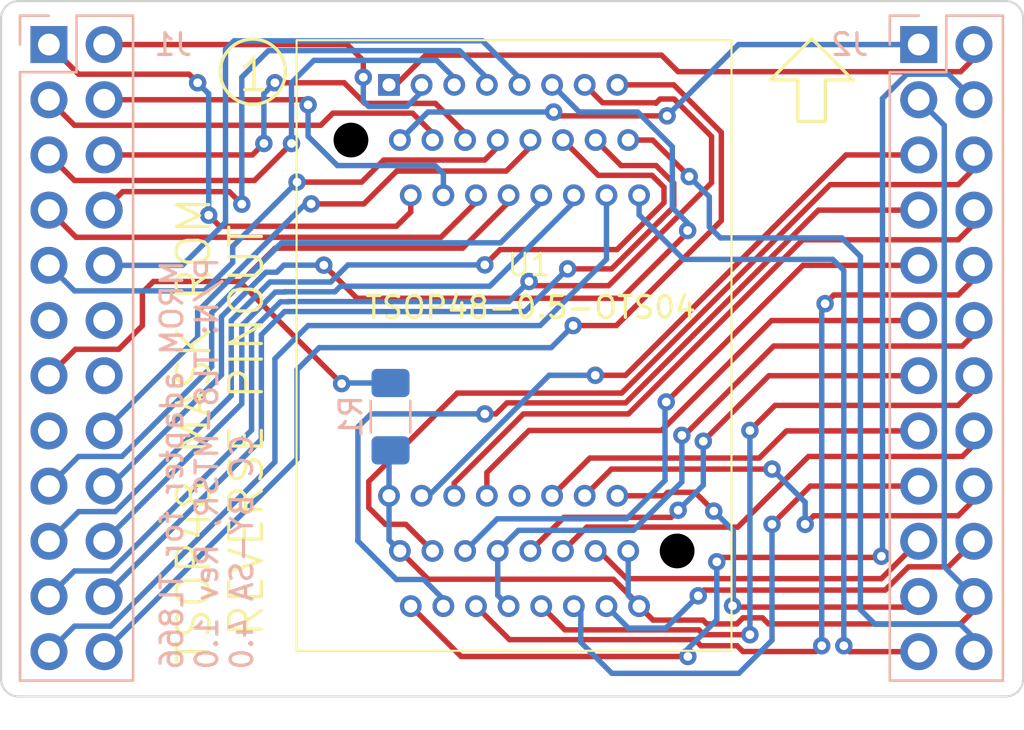
<source format=kicad_pcb>
(kicad_pcb (version 20221018) (generator pcbnew)
  (layers (0 "F.Cu" signal) (31 "B.Cu" signal) (34 "B.Paste" user) (35 "F.Paste" user) (36 "B.SilkS" user "B.Silkscreen") (37 "F.SilkS" user "F.Silkscreen") (38 "B.Mask" user) (39 "F.Mask" user) (44 "Edge.Cuts" user))
  (net 0 "")
  (net 1 "Net-(U1-A15)")
  (net 2 "Net-(U1-A14)")
  (net 3 "Net-(U1-A13)")
  (net 4 "Net-(U1-A12)")
  (net 5 "Net-(U1-A11)")
  (net 6 "Net-(U1-A10)")
  (net 7 "Net-(U1-A9)")
  (net 8 "Net-(U1-A8)")
  (net 9 "Net-(U1-A19)")
  (net 10 "Net-(U1-A20)")
  (net 13 "Net-(U1-A21)")
  (net 16 "Net-(U1-A18)")
  (net 17 "Net-(U1-A17)")
  (net 18 "Net-(U1-A7)")
  (net 19 "Net-(U1-A6)")
  (net 20 "Net-(U1-A5)")
  (net 21 "Net-(U1-A4)")
  (net 22 "Net-(U1-A3)")
  (net 23 "Net-(U1-A2)")
  (net 24 "Net-(U1-A1)")
  (net 25 "Net-(U1-A16)")
  (net 26 "Net-(U1-{slash}BYTE)")
  (net 27 "GND")
  (net 28 "Net-(U1-D15{slash}A-1)")
  (net 29 "Net-(U1-D7)")
  (net 30 "Net-(U1-D14)")
  (net 31 "Net-(U1-D6)")
  (net 32 "Net-(U1-D13)")
  (net 33 "Net-(U1-D5)")
  (net 34 "Net-(U1-D12)")
  (net 35 "Net-(U1-D4)")
  (net 36 "VCC")
  (net 37 "Net-(U1-D11)")
  (net 38 "Net-(U1-D3)")
  (net 39 "Net-(U1-D10)")
  (net 40 "Net-(U1-D2)")
  (net 41 "Net-(U1-D9)")
  (net 42 "Net-(U1-D1)")
  (net 43 "Net-(U1-D8)")
  (net 44 "Net-(U1-D0)")
  (net 45 "Net-(U1-{slash}OE)")
  (net 46 "Net-(U1-{slash}CE)")
  (net 47 "Net-(U1-A0)")
  (footprint "tl866-tsop-mrom:TSOP48-0.5-OTS04_rev" (layer "F.Cu") (at 35.43 51.045 90)
    (fp_text reference "U1" hide)
    (fp_text value "~")
    (pad "" np_thru_hole circle (at 4.595 17.5 90) (size 1.6 1.6) (drill 1.6) (layers "*.Mask"))
    (pad "" np_thru_hole circle (at 23.505 2.5 90) (size 1.6 1.6) (drill 1.6) (layers "*.Mask"))
    (pad "1" thru_hole rect (at 26.045 4.25 90) (size 1 1) (drill 0.6) (layers "*.Cu" "*.Mask") (net 26 "Net-(U1-{slash}BYTE)"))
    (pad "2" thru_hole circle (at 23.505 4.75 90) (size 1 1) (drill 0.6) (layers "*.Cu" "*.Mask") (net 25 "Net-(U1-A16)"))
    (pad "3" thru_hole circle (at 20.965 5.25 90) (size 1 1) (drill 0.6) (layers "*.Cu" "*.Mask") (net 1 "Net-(U1-A15)"))
    (pad "4" thru_hole circle (at 26.045 5.75 90) (size 1 1) (drill 0.6) (layers "*.Cu" "*.Mask") (net 2 "Net-(U1-A14)"))
    (pad "5" thru_hole circle (at 23.505 6.25 90) (size 1 1) (drill 0.6) (layers "*.Cu" "*.Mask") (net 3 "Net-(U1-A13)"))
    (pad "6" thru_hole circle (at 20.965 6.75 90) (size 1 1) (drill 0.6) (layers "*.Cu" "*.Mask") (net 4 "Net-(U1-A12)"))
    (pad "7" thru_hole circle (at 26.045 7.25 90) (size 1 1) (drill 0.6) (layers "*.Cu" "*.Mask") (net 5 "Net-(U1-A11)"))
    (pad "8" thru_hole circle (at 23.505 7.75 90) (size 1 1) (drill 0.6) (layers "*.Cu" "*.Mask") (net 6 "Net-(U1-A10)"))
    (pad "9" thru_hole circle (at 20.965 8.25 90) (size 1 1) (drill 0.6) (layers "*.Cu" "*.Mask") (net 7 "Net-(U1-A9)"))
    (pad "10" thru_hole circle (at 26.045 8.75 90) (size 1 1) (drill 0.6) (layers "*.Cu" "*.Mask") (net 8 "Net-(U1-A8)"))
    (pad "11" thru_hole circle (at 23.505 9.25 90) (size 1 1) (drill 0.6) (layers "*.Cu" "*.Mask") (net 9 "Net-(U1-A19)"))
    (pad "12" thru_hole circle (at 20.965 9.75 90) (size 1 1) (drill 0.6) (layers "*.Cu" "*.Mask") (net 13 "Net-(U1-A21)"))
    (pad "13" thru_hole circle (at 26.045 10.25 90) (size 1 1) (drill 0.6) (layers "*.Cu" "*.Mask") (net 10 "Net-(U1-A20)"))
    (pad "14" thru_hole circle (at 23.505 10.75 90) (size 1 1) (drill 0.6) (layers "*.Cu" "*.Mask") (net 16 "Net-(U1-A18)"))
    (pad "15" thru_hole circle (at 20.965 11.25 90) (size 1 1) (drill 0.6) (layers "*.Cu" "*.Mask") (net 17 "Net-(U1-A17)"))
    (pad "16" thru_hole circle (at 26.045 11.75 90) (size 1 1) (drill 0.6) (layers "*.Cu" "*.Mask") (net 18 "Net-(U1-A7)"))
    (pad "17" thru_hole circle (at 23.505 12.25 90) (size 1 1) (drill 0.6) (layers "*.Cu" "*.Mask") (net 19 "Net-(U1-A6)"))
    (pad "18" thru_hole circle (at 20.965 12.75 90) (size 1 1) (drill 0.6) (layers "*.Cu" "*.Mask") (net 20 "Net-(U1-A5)"))
    (pad "19" thru_hole circle (at 26.045 13.25 90) (size 1 1) (drill 0.6) (layers "*.Cu" "*.Mask") (net 21 "Net-(U1-A4)"))
    (pad "20" thru_hole circle (at 23.505 13.75 90) (size 1 1) (drill 0.6) (layers "*.Cu" "*.Mask") (net 22 "Net-(U1-A3)"))
    (pad "21" thru_hole circle (at 20.965 14.25 90) (size 1 1) (drill 0.6) (layers "*.Cu" "*.Mask") (net 23 "Net-(U1-A2)"))
    (pad "22" thru_hole circle (at 26.045 14.75 90) (size 1 1) (drill 0.6) (layers "*.Cu" "*.Mask") (net 24 "Net-(U1-A1)"))
    (pad "23" thru_hole circle (at 23.505 15.25 90) (size 1 1) (drill 0.6) (layers "*.Cu" "*.Mask") (net 47 "Net-(U1-A0)"))
    (pad "24" thru_hole circle (at 20.965 15.75 90) (size 1 1) (drill 0.6) (layers "*.Cu" "*.Mask") (net 46 "Net-(U1-{slash}CE)"))
    (pad "25" thru_hole circle (at 2.055 15.75 90) (size 1 1) (drill 0.6) (layers "*.Cu" "*.Mask") (net 27 "GND"))
    (pad "26" thru_hole circle (at 4.595 15.25 90) (size 1 1) (drill 0.6) (layers "*.Cu" "*.Mask") (net 27 "GND"))
    (pad "27" thru_hole circle (at 7.135 14.75 90) (size 1 1) (drill 0.6) (layers "*.Cu" "*.Mask") (net 45 "Net-(U1-{slash}OE)"))
    (pad "28" thru_hole circle (at 2.055 14.25 90) (size 1 1) (drill 0.6) (layers "*.Cu" "*.Mask") (net 44 "Net-(U1-D0)"))
    (pad "29" thru_hole circle (at 4.595 13.75 90) (size 1 1) (drill 0.6) (layers "*.Cu" "*.Mask") (net 43 "Net-(U1-D8)"))
    (pad "30" thru_hole circle (at 7.135 13.25 90) (size 1 1) (drill 0.6) (layers "*.Cu" "*.Mask") (net 42 "Net-(U1-D1)"))
    (pad "31" thru_hole circle (at 2.055 12.75 90) (size 1 1) (drill 0.6) (layers "*.Cu" "*.Mask") (net 41 "Net-(U1-D9)"))
    (pad "32" thru_hole circle (at 4.595 12.25 90) (size 1 1) (drill 0.6) (layers "*.Cu" "*.Mask") (net 40 "Net-(U1-D2)"))
    (pad "33" thru_hole circle (at 7.135 11.75 90) (size 1 1) (drill 0.6) (layers "*.Cu" "*.Mask") (net 39 "Net-(U1-D10)"))
    (pad "34" thru_hole circle (at 2.055 11.25 90) (size 1 1) (drill 0.6) (layers "*.Cu" "*.Mask") (net 38 "Net-(U1-D3)"))
    (pad "35" thru_hole circle (at 4.595 10.75 90) (size 1 1) (drill 0.6) (layers "*.Cu" "*.Mask") (net 37 "Net-(U1-D11)"))
    (pad "36" thru_hole circle (at 7.135 10.25 90) (size 1 1) (drill 0.6) (layers "*.Cu" "*.Mask"))
    (pad "37" thru_hole circle (at 2.055 9.75 90) (size 1 1) (drill 0.6) (layers "*.Cu" "*.Mask") (net 36 "VCC"))
    (pad "38" thru_hole circle (at 4.595 9.25 90) (size 1 1) (drill 0.6) (layers "*.Cu" "*.Mask") (net 36 "VCC"))
    (pad "39" thru_hole circle (at 7.135 8.75 90) (size 1 1) (drill 0.6) (layers "*.Cu" "*.Mask") (net 35 "Net-(U1-D4)"))
    (pad "40" thru_hole circle (at 2.055 8.25 90) (size 1 1) (drill 0.6) (layers "*.Cu" "*.Mask") (net 34 "Net-(U1-D12)"))
    (pad "41" thru_hole circle (at 4.595 7.75 90) (size 1 1) (drill 0.6) (layers "*.Cu" "*.Mask") (net 33 "Net-(U1-D5)"))
    (pad "42" thru_hole circle (at 7.135 7.25 90) (size 1 1) (drill 0.6) (layers "*.Cu" "*.Mask") (net 32 "Net-(U1-D13)"))
    (pad "43" thru_hole circle (at 2.055 6.75 90) (size 1 1) (drill 0.6) (layers "*.Cu" "*.Mask") (net 31 "Net-(U1-D6)"))
    (pad "44" thru_hole circle (at 4.595 6.25 90) (size 1 1) (drill 0.6) (layers "*.Cu" "*.Mask") (net 30 "Net-(U1-D14)"))
    (pad "45" thru_hole circle (at 7.135 5.75 90) (size 1 1) (drill 0.6) (layers "*.Cu" "*.Mask") (net 29 "Net-(U1-D7)"))
    (pad "46" thru_hole circle (at 2.055 5.25 90) (size 1 1) (drill 0.6) (layers "*.Cu" "*.Mask") (net 28 "Net-(U1-D15{slash}A-1)"))
    (pad "47" thru_hole circle (at 4.595 4.75 90) (size 1 1) (drill 0.6) (layers "*.Cu" "*.Mask") (net 27 "GND"))
    (pad "48" thru_hole circle (at 7.135 4.25 90) (size 1 1) (drill 0.6) (layers "*.Cu" "*.Mask") (net 27 "GND"))
  )
  (footprint "Connector_PinSocket_2.54mm:PinSocket_2x12_P2.54mm_Vertical" (layer "B.Cu") (at 64.04 23.145 180)
    (fp_text reference "J2" (at 3.175 0) (layer "B.SilkS") (effects (justify mirror)))
    (fp_text value "~")
    (pad "1" thru_hole rect (at 0 0 180) (size 1.7 1.7) (drill 1) (layers "*.Cu" "*.Mask") (net 25 "Net-(U1-A16)"))
    (pad "2" thru_hole oval (at -2.54 0 180) (size 1.7 1.7) (drill 1) (layers "*.Cu" "*.Mask") (net 26 "Net-(U1-{slash}BYTE)"))
    (pad "3" thru_hole oval (at 0 -2.54 180) (size 1.7 1.7) (drill 1) (layers "*.Cu" "*.Mask") (net 27 "GND"))
    (pad "4" thru_hole oval (at -2.54 -2.54 180) (size 1.7 1.7) (drill 1) (layers "*.Cu" "*.Mask") (net 28 "Net-(U1-D15{slash}A-1)"))
    (pad "5" thru_hole oval (at 0 -5.08 180) (size 1.7 1.7) (drill 1) (layers "*.Cu" "*.Mask") (net 29 "Net-(U1-D7)"))
    (pad "6" thru_hole oval (at -2.54 -5.08 180) (size 1.7 1.7) (drill 1) (layers "*.Cu" "*.Mask") (net 30 "Net-(U1-D14)"))
    (pad "7" thru_hole oval (at 0 -7.62 180) (size 1.7 1.7) (drill 1) (layers "*.Cu" "*.Mask") (net 31 "Net-(U1-D6)"))
    (pad "8" thru_hole oval (at -2.54 -7.62 180) (size 1.7 1.7) (drill 1) (layers "*.Cu" "*.Mask") (net 32 "Net-(U1-D13)"))
    (pad "9" thru_hole oval (at 0 -10.16 180) (size 1.7 1.7) (drill 1) (layers "*.Cu" "*.Mask") (net 33 "Net-(U1-D5)"))
    (pad "10" thru_hole oval (at -2.54 -10.16 180) (size 1.7 1.7) (drill 1) (layers "*.Cu" "*.Mask") (net 34 "Net-(U1-D12)"))
    (pad "11" thru_hole oval (at 0 -12.7 180) (size 1.7 1.7) (drill 1) (layers "*.Cu" "*.Mask") (net 35 "Net-(U1-D4)"))
    (pad "12" thru_hole oval (at -2.54 -12.7 180) (size 1.7 1.7) (drill 1) (layers "*.Cu" "*.Mask") (net 36 "VCC"))
    (pad "13" thru_hole oval (at 0 -15.24 180) (size 1.7 1.7) (drill 1) (layers "*.Cu" "*.Mask") (net 37 "Net-(U1-D11)"))
    (pad "14" thru_hole oval (at -2.54 -15.24 180) (size 1.7 1.7) (drill 1) (layers "*.Cu" "*.Mask") (net 38 "Net-(U1-D3)"))
    (pad "15" thru_hole oval (at 0 -17.78 180) (size 1.7 1.7) (drill 1) (layers "*.Cu" "*.Mask") (net 39 "Net-(U1-D10)"))
    (pad "16" thru_hole oval (at -2.54 -17.78 180) (size 1.7 1.7) (drill 1) (layers "*.Cu" "*.Mask") (net 40 "Net-(U1-D2)"))
    (pad "17" thru_hole oval (at 0 -20.32 180) (size 1.7 1.7) (drill 1) (layers "*.Cu" "*.Mask") (net 41 "Net-(U1-D9)"))
    (pad "18" thru_hole oval (at -2.54 -20.32 180) (size 1.7 1.7) (drill 1) (layers "*.Cu" "*.Mask") (net 42 "Net-(U1-D1)"))
    (pad "19" thru_hole oval (at 0 -22.86 180) (size 1.7 1.7) (drill 1) (layers "*.Cu" "*.Mask") (net 43 "Net-(U1-D8)"))
    (pad "20" thru_hole oval (at -2.54 -22.86 180) (size 1.7 1.7) (drill 1) (layers "*.Cu" "*.Mask") (net 44 "Net-(U1-D0)"))
    (pad "21" thru_hole oval (at 0 -25.4 180) (size 1.7 1.7) (drill 1) (layers "*.Cu" "*.Mask") (net 45 "Net-(U1-{slash}OE)"))
    (pad "22" thru_hole oval (at -2.54 -25.4 180) (size 1.7 1.7) (drill 1) (layers "*.Cu" "*.Mask") (net 27 "GND"))
    (pad "23" thru_hole oval (at 0 -27.94 180) (size 1.7 1.7) (drill 1) (layers "*.Cu" "*.Mask") (net 46 "Net-(U1-{slash}CE)"))
    (pad "24" thru_hole oval (at -2.54 -27.94 180) (size 1.7 1.7) (drill 1) (layers "*.Cu" "*.Mask") (net 47 "Net-(U1-A0)"))
  )
  (footprint "Resistor_SMD:R_1206_3216Metric_Pad1.30x1.75mm_HandSolder" (layer "B.Cu") (at 39.75 40.27 -90)
    (fp_text reference "R1" (at 0 1.82 90) (layer "B.SilkS") (effects (justify mirror)))
    (fp_text value "3.3k")
    (pad "1" smd roundrect (at -1.55 0 270) (size 1.3 1.75) (layers "B.Cu" "B.Paste" "B.Mask") (roundrect_rratio 0.192308) (net 13 "Net-(U1-A21)"))
    (pad "2" smd roundrect (at 1.55 0 270) (size 1.3 1.75) (layers "B.Cu" "B.Paste" "B.Mask") (roundrect_rratio 0.192308) (net 27 "GND"))
  )
  (footprint "Connector_PinSocket_2.54mm:PinSocket_2x12_P2.54mm_Vertical" (layer "B.Cu") (at 24.04 23.145 180)
    (fp_text reference "J1" (at -5.715 0) (layer "B.SilkS") (effects (justify mirror)))
    (fp_text value "~")
    (pad "1" thru_hole rect (at 0 0 180) (size 1.7 1.7) (drill 1) (layers "*.Cu" "*.Mask") (net 1 "Net-(U1-A15)"))
    (pad "2" thru_hole oval (at -2.54 0 180) (size 1.7 1.7) (drill 1) (layers "*.Cu" "*.Mask") (net 2 "Net-(U1-A14)"))
    (pad "3" thru_hole oval (at 0 -2.54 180) (size 1.7 1.7) (drill 1) (layers "*.Cu" "*.Mask") (net 3 "Net-(U1-A13)"))
    (pad "4" thru_hole oval (at -2.54 -2.54 180) (size 1.7 1.7) (drill 1) (layers "*.Cu" "*.Mask") (net 4 "Net-(U1-A12)"))
    (pad "5" thru_hole oval (at 0 -5.08 180) (size 1.7 1.7) (drill 1) (layers "*.Cu" "*.Mask") (net 5 "Net-(U1-A11)"))
    (pad "6" thru_hole oval (at -2.54 -5.08 180) (size 1.7 1.7) (drill 1) (layers "*.Cu" "*.Mask") (net 6 "Net-(U1-A10)"))
    (pad "7" thru_hole oval (at 0 -7.62 180) (size 1.7 1.7) (drill 1) (layers "*.Cu" "*.Mask") (net 7 "Net-(U1-A9)"))
    (pad "8" thru_hole oval (at -2.54 -7.62 180) (size 1.7 1.7) (drill 1) (layers "*.Cu" "*.Mask") (net 8 "Net-(U1-A8)"))
    (pad "9" thru_hole oval (at 0 -10.16 180) (size 1.7 1.7) (drill 1) (layers "*.Cu" "*.Mask") (net 9 "Net-(U1-A19)"))
    (pad "10" thru_hole oval (at -2.54 -10.16 180) (size 1.7 1.7) (drill 1) (layers "*.Cu" "*.Mask") (net 10 "Net-(U1-A20)"))
    (pad "11" thru_hole oval (at 0 -12.7 180) (size 1.7 1.7) (drill 1) (layers "*.Cu" "*.Mask"))
    (pad "12" thru_hole oval (at -2.54 -12.7 180) (size 1.7 1.7) (drill 1) (layers "*.Cu" "*.Mask"))
    (pad "13" thru_hole oval (at 0 -15.24 180) (size 1.7 1.7) (drill 1) (layers "*.Cu" "*.Mask") (net 13 "Net-(U1-A21)"))
    (pad "14" thru_hole oval (at -2.54 -15.24 180) (size 1.7 1.7) (drill 1) (layers "*.Cu" "*.Mask"))
    (pad "15" thru_hole oval (at 0 -17.78 180) (size 1.7 1.7) (drill 1) (layers "*.Cu" "*.Mask"))
    (pad "16" thru_hole oval (at -2.54 -17.78 180) (size 1.7 1.7) (drill 1) (layers "*.Cu" "*.Mask") (net 16 "Net-(U1-A18)"))
    (pad "17" thru_hole oval (at 0 -20.32 180) (size 1.7 1.7) (drill 1) (layers "*.Cu" "*.Mask") (net 17 "Net-(U1-A17)"))
    (pad "18" thru_hole oval (at -2.54 -20.32 180) (size 1.7 1.7) (drill 1) (layers "*.Cu" "*.Mask") (net 18 "Net-(U1-A7)"))
    (pad "19" thru_hole oval (at 0 -22.86 180) (size 1.7 1.7) (drill 1) (layers "*.Cu" "*.Mask") (net 19 "Net-(U1-A6)"))
    (pad "20" thru_hole oval (at -2.54 -22.86 180) (size 1.7 1.7) (drill 1) (layers "*.Cu" "*.Mask") (net 20 "Net-(U1-A5)"))
    (pad "21" thru_hole oval (at 0 -25.4 180) (size 1.7 1.7) (drill 1) (layers "*.Cu" "*.Mask") (net 21 "Net-(U1-A4)"))
    (pad "22" thru_hole oval (at -2.54 -25.4 180) (size 1.7 1.7) (drill 1) (layers "*.Cu" "*.Mask") (net 22 "Net-(U1-A3)"))
    (pad "23" thru_hole oval (at 0 -27.94 180) (size 1.7 1.7) (drill 1) (layers "*.Cu" "*.Mask") (net 23 "Net-(U1-A2)"))
    (pad "24" thru_hole oval (at -2.54 -27.94 180) (size 1.7 1.7) (drill 1) (layers "*.Cu" "*.Mask") (net 24 "Net-(U1-A1)"))
  )
  (gr_circle (center 33.418 24.395) (end 34.918 24.395) (stroke (width 0.15)) (fill none) (layer "F.SilkS"))
  (gr_poly (pts (xy 58.48 26.681) (xy 59.75 26.681) (xy 59.75 24.776) (xy 61.02 24.776) (xy 59.115 22.871) (xy 57.21 24.776) (xy 58.48 24.776)) (stroke (width 0.15)) (fill none) (layer "F.SilkS"))
  (gr_line (start 68.04 53.145) (end 22.64 53.145) (stroke (width 0.1)) (layer "Edge.Cuts"))
  (gr_line (start 68.84 21.945) (end 68.84 52.345) (stroke (width 0.1)) (layer "Edge.Cuts"))
  (gr_line (start 22.64 21.145) (end 68.04 21.145) (stroke (width 0.1)) (layer "Edge.Cuts"))
  (gr_arc (start 68.84 52.345) (mid 68.605685 52.910685) (end 68.04 53.145) (stroke (width 0.1)) (layer "Edge.Cuts"))
  (gr_arc (start 68.04 21.145) (mid 68.605685 21.379315) (end 68.84 21.945) (stroke (width 0.1)) (layer "Edge.Cuts"))
  (gr_arc (start 22.64 53.145) (mid 22.074315 52.910685) (end 21.84 52.345) (stroke (width 0.1)) (layer "Edge.Cuts"))
  (gr_line (start 21.84 52.345) (end 21.84 21.945) (stroke (width 0.1)) (layer "Edge.Cuts"))
  (gr_arc (start 21.84 21.945) (mid 22.074315 21.379315) (end 22.64 21.145) (stroke (width 0.1)) (layer "Edge.Cuts"))
  (gr_text "MROM adapter for TL866\nP/N: TL8-MTSR, Rev 1.0\nCC BY-SA 4.0" (at 33.5 52 90) (layer "B.SilkS") (effects (font (size 1 1)) (justify right bottom mirror)))
  (gr_text "TSOP48 MASK ROM\nREVERSE PINOUT" (at 34 40.905 90) (layer "F.SilkS") (effects (font (size 1.5 1.5)) (justify bottom)))
  (gr_text "1" (at 32.656 25.411) (layer "F.SilkS") (effects (font (size 1.5 1.5)) (justify left bottom)))
  (gr_text "TSOP48-0.5-OTS04" (at 38.498 35.825) (layer "F.SilkS") (effects (font (size 1 1)) (justify left bottom)))
  (gr_text "U1" (at 46.118 33.285) (layer "F.SilkS") (effects (font (size 1 1) (thickness 0.127))))
  (segment (start 40.68 30.849) (end 40.022 31.507) (width 0.25) (layer "F.Cu") (net 1))
  (segment (start 31.894 31.507) (end 40.022 31.507) (width 0.25) (layer "F.Cu") (net 1))
  (segment (start 25.405 24.51) (end 24.04 23.145) (width 0.25) (layer "F.Cu") (net 1))
  (segment (start 40.68 30.08) (end 40.68 30.849) (width 0.25) (layer "F.Cu") (net 1))
  (segment (start 31.386 30.999) (end 31.894 31.507) (width 0.25) (layer "F.Cu") (net 1))
  (segment (start 30.878 24.903) (end 30.485 24.51) (width 0.25) (layer "F.Cu") (net 1))
  (segment (start 30.485 24.51) (end 25.405 24.51) (width 0.25) (layer "F.Cu") (net 1))
  (via (at 31.386 30.999) (size 0.8) (drill 0.4) (layers "F.Cu" "B.Cu") (net 1))
  (via (at 30.878 24.903) (size 0.8) (drill 0.4) (layers "F.Cu" "B.Cu") (net 1))
  (segment (start 31.386 25.411) (end 31.386 30.999) (width 0.25) (layer "B.Cu") (net 1))
  (segment (start 30.878 24.903) (end 31.386 25.411) (width 0.25) (layer "B.Cu") (net 1))
  (segment (start 26.58 23.145) (end 37.756 23.145) (width 0.25) (layer "F.Cu") (net 2))
  (segment (start 37.756 23.145) (end 38.498 23.887) (width 0.25) (layer "F.Cu") (net 2))
  (segment (start 38.498 24.649) (end 38.498 23.887) (width 0.25) (layer "F.Cu") (net 2))
  (via (at 38.498 24.649) (size 0.8) (drill 0.4) (layers "F.Cu" "B.Cu") (net 2))
  (segment (start 38.75 26) (end 40.5 26) (width 0.25) (layer "B.Cu") (net 2))
  (segment (start 38.498 24.649) (end 38.498 25.748) (width 0.25) (layer "B.Cu") (net 2))
  (segment (start 40.5 26) (end 41.5 25) (width 0.25) (layer "B.Cu") (net 2))
  (segment (start 38.498 25.748) (end 38.75 26) (width 0.25) (layer "B.Cu") (net 2))
  (segment (start 25.215 26.86) (end 36.541 26.86) (width 0.25) (layer "F.Cu") (net 3))
  (segment (start 36.541 26.86) (end 37.099 26.302) (width 0.25) (layer "F.Cu") (net 3))
  (segment (start 37.099 26.302) (end 40.762 26.302) (width 0.25) (layer "F.Cu") (net 3))
  (segment (start 40.762 26.302) (end 42 27.54) (width 0.25) (layer "F.Cu") (net 3))
  (segment (start 24.04 25.685) (end 25.215 26.86) (width 0.25) (layer "F.Cu") (net 3))
  (segment (start 26.58 25.685) (end 35.724 25.685) (width 0.25) (layer "F.Cu") (net 4))
  (segment (start 35.724 25.685) (end 35.958 25.919) (width 0.25) (layer "F.Cu") (net 4))
  (via (at 35.958 25.919) (size 0.8) (drill 0.4) (layers "F.Cu" "B.Cu") (net 4))
  (segment (start 42.18 29.093) (end 42.18 30.08) (width 0.25) (layer "B.Cu") (net 4))
  (segment (start 35.958 25.919) (end 35.958 27.365778) (width 0.25) (layer "B.Cu") (net 4))
  (segment (start 35.958 27.365778) (end 37.305222 28.713) (width 0.25) (layer "B.Cu") (net 4))
  (segment (start 37.305222 28.713) (end 41.8 28.713) (width 0.25) (layer "B.Cu") (net 4))
  (segment (start 41.8 28.713) (end 42.18 29.093) (width 0.25) (layer "B.Cu") (net 4))
  (segment (start 33.493 29.4) (end 35.196 27.697) (width 0.25) (layer "F.Cu") (net 5))
  (segment (start 25.215 29.4) (end 33.493 29.4) (width 0.25) (layer "F.Cu") (net 5))
  (segment (start 24.04 28.225) (end 25.215 29.4) (width 0.25) (layer "F.Cu") (net 5))
  (via (at 35.196 27.697) (size 0.8) (drill 0.4) (layers "F.Cu" "B.Cu") (net 5))
  (segment (start 35.196 24.903) (end 36.225 23.874) (width 0.25) (layer "B.Cu") (net 5))
  (segment (start 36.225 23.874) (end 41.874 23.874) (width 0.25) (layer "B.Cu") (net 5))
  (segment (start 35.196 27.697) (end 35.196 24.903) (width 0.25) (layer "B.Cu") (net 5))
  (segment (start 41.874 23.874) (end 43 25) (width 0.25) (layer "B.Cu") (net 5))
  (segment (start 33.398 28.225) (end 33.926 27.697) (width 0.25) (layer "F.Cu") (net 6))
  (segment (start 26.58 28.225) (end 33.398 28.225) (width 0.25) (layer "F.Cu") (net 6))
  (segment (start 34.434 24.903) (end 37.616604 24.903) (width 0.25) (layer "F.Cu") (net 6))
  (segment (start 37.616604 24.903) (end 38.565604 25.852) (width 0.25) (layer "F.Cu") (net 6))
  (segment (start 38.565604 25.852) (end 41.812 25.852) (width 0.25) (layer "F.Cu") (net 6))
  (segment (start 41.812 25.852) (end 43.5 27.54) (width 0.25) (layer "F.Cu") (net 6))
  (via (at 33.926 27.697) (size 0.8) (drill 0.4) (layers "F.Cu" "B.Cu") (net 6))
  (via (at 34.434 24.903) (size 0.8) (drill 0.4) (layers "F.Cu" "B.Cu") (net 6))
  (segment (start 33.926 27.697) (end 33.926 25.411) (width 0.25) (layer "B.Cu") (net 6))
  (segment (start 33.926 25.411) (end 34.434 24.903) (width 0.25) (layer "B.Cu") (net 6))
  (segment (start 25.29 32.015) (end 42.065 32.015) (width 0.25) (layer "F.Cu") (net 7))
  (segment (start 24.04 30.765) (end 25.29 32.015) (width 0.25) (layer "F.Cu") (net 7))
  (segment (start 42.065 32.015) (end 44 30.08) (width 0.25) (layer "F.Cu") (net 7))
  (segment (start 26.58 30.765) (end 27.43 29.915) (width 0.25) (layer "F.Cu") (net 8))
  (segment (start 27.43 29.915) (end 32.334 29.915) (width 0.25) (layer "F.Cu") (net 8))
  (segment (start 32.334 29.915) (end 32.91 30.491) (width 0.25) (layer "F.Cu") (net 8))
  (via (at 32.91 30.491) (size 0.8) (drill 0.4) (layers "F.Cu" "B.Cu") (net 8))
  (segment (start 32.91 30.491) (end 32.91 24.649) (width 0.25) (layer "B.Cu") (net 8))
  (segment (start 32.91 24.649) (end 34.135 23.424) (width 0.25) (layer "B.Cu") (net 8))
  (segment (start 34.135 23.424) (end 42.924 23.424) (width 0.25) (layer "B.Cu") (net 8))
  (segment (start 42.924 23.424) (end 44.5 25) (width 0.25) (layer "B.Cu") (net 8))
  (segment (start 38.420778 29.475) (end 39.436778 28.459) (width 0.25) (layer "F.Cu") (net 9))
  (segment (start 35.45 29.475) (end 38.420778 29.475) (width 0.25) (layer "F.Cu") (net 9))
  (segment (start 44.081 28.459) (end 45 27.54) (width 0.25) (layer "F.Cu") (net 9))
  (segment (start 39.436778 28.459) (end 44.081 28.459) (width 0.25) (layer "F.Cu") (net 9))
  (via (at 35.45 29.475) (size 0.8) (drill 0.4) (layers "F.Cu" "B.Cu") (net 9))
  (segment (start 32.489541 33.181687) (end 31.191228 34.48) (width 0.25) (layer "B.Cu") (net 9))
  (segment (start 35.45 29.475) (end 32.489541 32.435459) (width 0.25) (layer "B.Cu") (net 9))
  (segment (start 25.215 34.48) (end 24.04 33.305) (width 0.25) (layer "B.Cu") (net 9))
  (segment (start 32.489541 32.435459) (end 32.489541 33.181687) (width 0.25) (layer "B.Cu") (net 9))
  (segment (start 31.191228 34.48) (end 25.215 34.48) (width 0.25) (layer "B.Cu") (net 9))
  (segment (start 43.974 22.974) (end 32.553 22.974) (width 0.25) (layer "B.Cu") (net 10))
  (segment (start 32.161 31.320016) (end 30.176016 33.305) (width 0.25) (layer "B.Cu") (net 10))
  (segment (start 46 25) (end 43.974 22.974) (width 0.25) (layer "B.Cu") (net 10))
  (segment (start 32.553 22.974) (end 32.161 23.366) (width 0.25) (layer "B.Cu") (net 10))
  (segment (start 30.176016 33.305) (end 26.58 33.305) (width 0.25) (layer "B.Cu") (net 10))
  (segment (start 32.161 23.366) (end 32.161 31.320016) (width 0.25) (layer "B.Cu") (net 10))
  (segment (start 32.91 34.047) (end 34.4405 32.5165) (width 0.25) (layer "F.Cu") (net 13))
  (segment (start 24.04 38.385) (end 25.255995 37.169005) (width 0.25) (layer "F.Cu") (net 13))
  (segment (start 37.5 38.75) (end 32.91 34.16) (width 0.25) (layer "F.Cu") (net 13))
  (segment (start 27.247995 37.169005) (end 28.338 36.079) (width 0.25) (layer "F.Cu") (net 13))
  (segment (start 45.5 30.08) (end 43.0635 32.5165) (width 0.25) (layer "F.Cu") (net 13))
  (segment (start 25.255995 37.169005) (end 27.247995 37.169005) (width 0.25) (layer "F.Cu") (net 13))
  (segment (start 34.4405 32.5165) (end 43.0635 32.5165) (width 0.25) (layer "F.Cu") (net 13))
  (segment (start 32.91 34.16) (end 32.91 34.047) (width 0.25) (layer "F.Cu") (net 13))
  (segment (start 28.338 36.079) (end 28.338 34.555) (width 0.25) (layer "F.Cu") (net 13))
  (segment (start 28.338 34.555) (end 28.846 34.047) (width 0.25) (layer "F.Cu") (net 13))
  (segment (start 28.846 34.047) (end 32.91 34.047) (width 0.25) (layer "F.Cu") (net 13))
  (via (at 37.5 38.75) (size 0.8) (drill 0.4) (layers "F.Cu" "B.Cu") (net 13))
  (segment (start 39.75 38.72) (end 37.53 38.72) (width 0.25) (layer "B.Cu") (net 13))
  (segment (start 37.53 38.72) (end 37.5 38.75) (width 0.25) (layer "B.Cu") (net 13))
  (segment (start 40.033 28.967) (end 38.522 30.478) (width 0.25) (layer "F.Cu") (net 16))
  (segment (start 46.5 27.54) (end 45.073 28.967) (width 0.25) (layer "F.Cu") (net 16))
  (segment (start 38.522 30.478) (end 36.09961 30.478) (width 0.25) (layer "F.Cu") (net 16))
  (segment (start 45.073 28.967) (end 40.033 28.967) (width 0.25) (layer "F.Cu") (net 16))
  (via (at 36.09961 30.478) (size 0.8) (drill 0.4) (layers "F.Cu" "B.Cu") (net 16))
  (segment (start 30.878 36.627) (end 26.58 40.925) (width 0.25) (layer "B.Cu") (net 16))
  (segment (start 35.829624 30.478) (end 30.878 35.429624) (width 0.25) (layer "B.Cu") (net 16))
  (segment (start 30.878 35.429624) (end 30.878 36.627) (width 0.25) (layer "B.Cu") (net 16))
  (segment (start 36.09961 30.478) (end 35.829624 30.478) (width 0.25) (layer "B.Cu") (net 16))
  (segment (start 24.04 43.465) (end 25.405 42.1) (width 0.25) (layer "B.Cu") (net 17))
  (segment (start 31.525 37.972) (end 31.525 35.482212) (width 0.25) (layer "B.Cu") (net 17))
  (segment (start 34.738212 32.269) (end 44.811 32.269) (width 0.25) (layer "B.Cu") (net 17))
  (segment (start 31.525 35.482212) (end 34.738212 32.269) (width 0.25) (layer "B.Cu") (net 17))
  (segment (start 25.405 42.1) (end 27.397 42.1) (width 0.25) (layer "B.Cu") (net 17))
  (segment (start 44.811 32.269) (end 47 30.08) (width 0.25) (layer "B.Cu") (net 17))
  (segment (start 27.397 42.1) (end 31.525 37.972) (width 0.25) (layer "B.Cu") (net 17))
  (segment (start 36.682338 33.298) (end 38.206338 34.822) (width 0.25) (layer "F.Cu") (net 18))
  (segment (start 38.206338 34.822) (end 50.377404 34.822) (width 0.25) (layer "F.Cu") (net 18))
  (segment (start 53.41221 31.787194) (end 53.41221 31.703324) (width 0.25) (layer "F.Cu") (net 18))
  (segment (start 50.377404 34.822) (end 53.41221 31.787194) (width 0.25) (layer "F.Cu") (net 18))
  (via (at 36.682338 33.298) (size 0.8) (drill 0.4) (layers "F.Cu" "B.Cu") (net 18))
  (via (at 53.41221 31.703324) (size 0.8) (drill 0.4) (layers "F.Cu" "B.Cu") (net 18))
  (segment (start 34.840608 33.298) (end 36.682338 33.298) (width 0.25) (layer "B.Cu") (net 18))
  (segment (start 26.860808 43.465) (end 31.975 38.350808) (width 0.25) (layer "B.Cu") (net 18))
  (segment (start 53.41221 31.355814) (end 52.709 30.652604) (width 0.25) (layer "B.Cu") (net 18))
  (segment (start 31.975 35.668608) (end 34.020608 33.623) (width 0.25) (layer "B.Cu") (net 18))
  (segment (start 52.709 27.845396) (end 51.113604 26.25) (width 0.25) (layer "B.Cu") (net 18))
  (segment (start 31.975 38.350808) (end 31.975 35.668608) (width 0.25) (layer "B.Cu") (net 18))
  (segment (start 26.58 43.465) (end 26.860808 43.465) (width 0.25) (layer "B.Cu") (net 18))
  (segment (start 53.41221 31.703324) (end 53.41221 31.355814) (width 0.25) (layer "B.Cu") (net 18))
  (segment (start 48.43 26.25) (end 47.18 25) (width 0.25) (layer "B.Cu") (net 18))
  (segment (start 34.515608 33.623) (end 34.840608 33.298) (width 0.25) (layer "B.Cu") (net 18))
  (segment (start 51.113604 26.25) (end 48.43 26.25) (width 0.25) (layer "B.Cu") (net 18))
  (segment (start 34.020608 33.623) (end 34.515608 33.623) (width 0.25) (layer "B.Cu") (net 18))
  (segment (start 52.709 30.652604) (end 52.709 27.845396) (width 0.25) (layer "B.Cu") (net 18))
  (segment (start 49.303 29.163) (end 47.68 27.54) (width 0.25) (layer "F.Cu") (net 19))
  (segment (start 52.325 29.714396) (end 51.773604 29.163) (width 0.25) (layer "F.Cu") (net 19))
  (segment (start 51.773604 29.163) (end 49.303 29.163) (width 0.25) (layer "F.Cu") (net 19))
  (segment (start 52.325 30.421727) (end 52.325 29.714396) (width 0.25) (layer "F.Cu") (net 19))
  (segment (start 50.165727 32.581) (end 52.325 30.421727) (width 0.25) (layer "F.Cu") (net 19))
  (segment (start 44.086 33.285) (end 44.79 32.581) (width 0.25) (layer "F.Cu") (net 19))
  (segment (start 44.79 32.581) (end 50.165727 32.581) (width 0.25) (layer "F.Cu") (net 19))
  (via (at 44.086 33.285) (size 0.8) (drill 0.4) (layers "F.Cu" "B.Cu") (net 19))
  (segment (start 32.425 39.300376) (end 27.085376 44.64) (width 0.25) (layer "B.Cu") (net 19))
  (segment (start 37.791354 33.285) (end 44.086 33.285) (width 0.25) (layer "B.Cu") (net 19))
  (segment (start 32.425 35.855004) (end 32.425 39.300376) (width 0.25) (layer "B.Cu") (net 19))
  (segment (start 37.003354 34.073) (end 34.207004 34.073) (width 0.25) (layer "B.Cu") (net 19))
  (segment (start 27.085376 44.64) (end 25.405 44.64) (width 0.25) (layer "B.Cu") (net 19))
  (segment (start 37.003354 34.073) (end 37.791354 33.285) (width 0.25) (layer "B.Cu") (net 19))
  (segment (start 25.405 44.64) (end 24.04 46.005) (width 0.25) (layer "B.Cu") (net 19))
  (segment (start 34.207004 34.073) (end 32.425 35.855004) (width 0.25) (layer "B.Cu") (net 19))
  (segment (start 32.91 39.675) (end 26.58 46.005) (width 0.25) (layer "B.Cu") (net 20))
  (segment (start 37.44675 34.266) (end 37.18975 34.523) (width 0.25) (layer "B.Cu") (net 20))
  (segment (start 48.5 30.08) (end 44.314 34.266) (width 0.25) (layer "B.Cu") (net 20))
  (segment (start 34.456 34.533) (end 32.91 36.079) (width 0.25) (layer "B.Cu") (net 20))
  (segment (start 44.314 34.266) (end 37.44675 34.266) (width 0.25) (layer "B.Cu") (net 20))
  (segment (start 34.8884 34.523) (end 34.8784 34.533) (width 0.25) (layer "B.Cu") (net 20))
  (segment (start 32.91 36.079) (end 32.91 39.675) (width 0.25) (layer "B.Cu") (net 20))
  (segment (start 37.18975 34.523) (end 34.8884 34.523) (width 0.25) (layer "B.Cu") (net 20))
  (segment (start 34.8784 34.533) (end 34.456 34.533) (width 0.25) (layer "B.Cu") (net 20))
  (segment (start 52.146984 25.652) (end 51.953083 25.845901) (width 0.25) (layer "F.Cu") (net 21))
  (segment (start 54.513 27.375984) (end 52.789016 25.652) (width 0.25) (layer "F.Cu") (net 21))
  (segment (start 51.932182 25.825) (end 49.505 25.825) (width 0.25) (layer "F.Cu") (net 21))
  (segment (start 52.789016 25.652) (end 52.146984 25.652) (width 0.25) (layer "F.Cu") (net 21))
  (segment (start 46.314 34.243) (end 49.776518 34.243) (width 0.25) (layer "F.Cu") (net 21))
  (segment (start 51.953083 25.845901) (end 51.932182 25.825) (width 0.25) (layer "F.Cu") (net 21))
  (segment (start 49.505 25.825) (end 48.68 25) (width 0.25) (layer "F.Cu") (net 21))
  (segment (start 46.118 34.047) (end 46.314 34.243) (width 0.25) (layer "F.Cu") (net 21))
  (segment (start 54.513 29.506518) (end 54.513 27.375984) (width 0.25) (layer "F.Cu") (net 21))
  (segment (start 49.776518 34.243) (end 54.513 29.506518) (width 0.25) (layer "F.Cu") (net 21))
  (via (at 46.118 34.047) (size 0.8) (drill 0.4) (layers "F.Cu" "B.Cu") (net 21))
  (segment (start 25.215 47.37) (end 26.876701 47.37) (width 0.25) (layer "B.Cu") (net 21))
  (segment (start 33.36 40.886701) (end 33.36 36.314806) (width 0.25) (layer "B.Cu") (net 21))
  (segment (start 35.074796 34.973) (end 45.192 34.973) (width 0.25) (layer "B.Cu") (net 21))
  (segment (start 34.691806 34.983) (end 35.064796 34.983) (width 0.25) (layer "B.Cu") (net 21))
  (segment (start 26.876701 47.37) (end 33.36 40.886701) (width 0.25) (layer "B.Cu") (net 21))
  (segment (start 24.04 48.545) (end 25.215 47.37) (width 0.25) (layer "B.Cu") (net 21))
  (segment (start 45.192 34.973) (end 46.118 34.047) (width 0.25) (layer "B.Cu") (net 21))
  (segment (start 33.36 36.314806) (end 34.691806 34.983) (width 0.25) (layer "B.Cu") (net 21))
  (segment (start 35.064796 34.983) (end 35.074796 34.973) (width 0.25) (layer "B.Cu") (net 21))
  (segment (start 51.96 28.713) (end 50.353 28.713) (width 0.25) (layer "F.Cu") (net 22))
  (segment (start 50.353 28.713) (end 49.18 27.54) (width 0.25) (layer "F.Cu") (net 22))
  (segment (start 47.896 33.468) (end 49.915123 33.468) (width 0.25) (layer "F.Cu") (net 22))
  (segment (start 49.915123 33.468) (end 52.775 30.608123) (width 0.25) (layer "F.Cu") (net 22))
  (segment (start 52.775 30.608123) (end 52.775 29.528) (width 0.25) (layer "F.Cu") (net 22))
  (segment (start 52.775 29.528) (end 51.96 28.713) (width 0.25) (layer "F.Cu") (net 22))
  (via (at 47.896 33.468) (size 0.8) (drill 0.4) (layers "F.Cu" "B.Cu") (net 22))
  (segment (start 33.81 41.315) (end 33.81 36.501202) (width 0.25) (layer "B.Cu") (net 22))
  (segment (start 33.81 36.501202) (end 34.878202 35.433) (width 0.25) (layer "B.Cu") (net 22))
  (segment (start 34.878202 35.433) (end 45.931 35.433) (width 0.25) (layer "B.Cu") (net 22))
  (segment (start 26.58 48.545) (end 33.81 41.315) (width 0.25) (layer "B.Cu") (net 22))
  (segment (start 45.931 35.433) (end 47.896 33.468) (width 0.25) (layer "B.Cu") (net 22))
  (segment (start 49.68 30.08) (end 49.68 33.025) (width 0.25) (layer "B.Cu") (net 23))
  (segment (start 46.626 36.079) (end 35.958 36.079) (width 0.25) (layer "B.Cu") (net 23))
  (segment (start 34.434 37.603) (end 34.434 42.352701) (width 0.25) (layer "B.Cu") (net 23))
  (segment (start 26.876701 49.91) (end 25.215 49.91) (width 0.25) (layer "B.Cu") (net 23))
  (segment (start 35.958 36.079) (end 34.434 37.603) (width 0.25) (layer "B.Cu") (net 23))
  (segment (start 49.68 33.025) (end 46.626 36.079) (width 0.25) (layer "B.Cu") (net 23))
  (segment (start 34.434 42.352701) (end 26.876701 49.91) (width 0.25) (layer "B.Cu") (net 23))
  (segment (start 25.215 49.91) (end 24.04 51.085) (width 0.25) (layer "B.Cu") (net 23))
  (segment (start 50.5 25) (end 52.773412 25) (width 0.25) (layer "F.Cu") (net 24))
  (segment (start 54.963 31.248551) (end 50.132551 36.079) (width 0.25) (layer "F.Cu") (net 24))
  (segment (start 52.773412 25) (end 54.963 27.189588) (width 0.25) (layer "F.Cu") (net 24))
  (segment (start 54.963 27.189588) (end 54.963 31.248551) (width 0.25) (layer "F.Cu") (net 24))
  (segment (start 50.132551 36.079) (end 48.15 36.079) (width 0.25) (layer "F.Cu") (net 24))
  (via (at 48.15 36.079) (size 0.8) (drill 0.4) (layers "F.Cu" "B.Cu") (net 24))
  (segment (start 35.45 42.215) (end 35.45 38.111) (width 0.25) (layer "B.Cu") (net 24))
  (segment (start 35.45 38.111) (end 36.466 37.095) (width 0.25) (layer "B.Cu") (net 24))
  (segment (start 26.58 51.085) (end 35.45 42.215) (width 0.25) (layer "B.Cu") (net 24))
  (segment (start 48.15 36.079) (end 47.134 37.095) (width 0.25) (layer "B.Cu") (net 24))
  (segment (start 47.134 37.095) (end 36.466 37.095) (width 0.25) (layer "B.Cu") (net 24))
  (segment (start 52.274099 26.620901) (end 52.468 26.427) (width 0.25) (layer "F.Cu") (net 25))
  (segment (start 47.25 26.25) (end 47.427 26.427) (width 0.25) (layer "F.Cu") (net 25))
  (segment (start 47.427 26.427) (end 52.468 26.427) (width 0.25) (layer "F.Cu") (net 25))
  (via (at 52.468 26.427) (size 0.8) (drill 0.4) (layers "F.Cu" "B.Cu") (net 25))
  (via (at 47.25 26.25) (size 0.8) (drill 0.4) (layers "F.Cu" "B.Cu") (net 25))
  (segment (start 52.468 26.427) (end 55.75 23.145) (width 0.25) (layer "B.Cu") (net 25))
  (segment (start 55.75 23.145) (end 64.68 23.145) (width 0.25) (layer "B.Cu") (net 25))
  (segment (start 41.47 26.25) (end 40.18 27.54) (width 0.25) (layer "B.Cu") (net 25))
  (segment (start 47.25 26.25) (end 41.47 26.25) (width 0.25) (layer "B.Cu") (net 25))
  (segment (start 52.214 23.633) (end 41.367 23.633) (width 0.25) (layer "F.Cu") (net 26))
  (segment (start 41.367 23.633) (end 40 25) (width 0.25) (layer "F.Cu") (net 26))
  (segment (start 67.22 23.145) (end 65.97 24.395) (width 0.25) (layer "F.Cu") (net 26))
  (segment (start 65.97 24.395) (end 52.976 24.395) (width 0.25) (layer "F.Cu") (net 26))
  (segment (start 52.976 24.395) (end 52.214 23.633) (width 0.25) (layer "F.Cu") (net 26))
  (segment (start 54.117364 49.631) (end 51.821 49.631) (width 0.25) (layer "F.Cu") (net 27))
  (segment (start 67.22 48.545) (end 65.957 49.808) (width 0.25) (layer "F.Cu") (net 27))
  (segment (start 41.48 47.75) (end 40.18 46.45) (width 0.25) (layer "F.Cu") (net 27))
  (segment (start 51.821 49.631) (end 51.18 48.99) (width 0.25) (layer "F.Cu") (net 27))
  (segment (start 50 47.75) (end 41.48 47.75) (width 0.25) (layer "F.Cu") (net 27))
  (segment (start 57.133016 49.808) (end 56.853016 49.528) (width 0.25) (layer "F.Cu") (net 27))
  (segment (start 51.18 48.99) (end 51.18 48.93) (width 0.25) (layer "F.Cu") (net 27))
  (segment (start 54.294364 49.808) (end 54.117364 49.631) (width 0.25) (layer "F.Cu") (net 27))
  (segment (start 55.956984 49.528) (end 55.676984 49.808) (width 0.25) (layer "F.Cu") (net 27))
  (segment (start 51.18 48.93) (end 50 47.75) (width 0.25) (layer "F.Cu") (net 27))
  (segment (start 65.957 49.808) (end 57.133016 49.808) (width 0.25) (layer "F.Cu") (net 27))
  (segment (start 56.853016 49.528) (end 55.956984 49.528) (width 0.25) (layer "F.Cu") (net 27))
  (segment (start 55.676984 49.808) (end 54.294364 49.808) (width 0.25) (layer "F.Cu") (net 27))
  (segment (start 39.68 43.91) (end 39.68 41.89) (width 0.25) (layer "B.Cu") (net 27))
  (segment (start 40.022 43.888) (end 40 43.91) (width 0.25) (layer "B.Cu") (net 27))
  (segment (start 51.18 48.99) (end 50.68 48.49) (width 0.25) (layer "B.Cu") (net 27))
  (segment (start 65.215 47.18) (end 66.58 48.545) (width 0.25) (layer "B.Cu") (net 27))
  (segment (start 65.215 26.86) (end 65.215 47.18) (width 0.25) (layer "B.Cu") (net 27))
  (segment (start 39.68 43.91) (end 39.680001 45.950001) (width 0.25) (layer "B.Cu") (net 27))
  (segment (start 64.04 25.685) (end 65.215 26.86) (width 0.25) (layer "B.Cu") (net 27))
  (segment (start 39.680001 45.950001) (end 40.18 46.45) (width 0.25) (layer "B.Cu") (net 27))
  (segment (start 50.68 48.49) (end 50.68 46.45) (width 0.25) (layer "B.Cu") (net 27))
  (segment (start 39.68 41.89) (end 39.75 41.82) (width 0.25) (layer "B.Cu") (net 27))
  (segment (start 54.754 46.949329) (end 54.956329 46.747) (width 0.25) (layer "F.Cu") (net 28))
  (segment (start 53.423556 51.306) (end 42.996 51.306) (width 0.25) (layer "F.Cu") (net 28))
  (segment (start 62.272694 46.747) (end 62.323347 46.696347) (width 0.25) (layer "F.Cu") (net 28))
  (segment (start 42.996 51.306) (end 40.68 48.99) (width 0.25) (layer "F.Cu") (net 28))
  (segment (start 54.956329 46.747) (end 62.272694 46.747) (width 0.25) (layer "F.Cu") (net 28))
  (via (at 53.423556 51.306) (size 0.8) (drill 0.4) (layers "F.Cu" "B.Cu") (net 28))
  (via (at 62.323347 46.696347) (size 0.8) (drill 0.4) (layers "F.Cu" "B.Cu") (net 28))
  (via (at 54.754 46.949329) (size 0.8) (drill 0.4) (layers "F.Cu" "B.Cu") (net 28))
  (segment (start 66.58 25.685) (end 65.405 24.51) (width 0.25) (layer "B.Cu") (net 28))
  (segment (start 54.754 46.949329) (end 54.754 49.621016) (width 0.25) (layer "B.Cu") (net 28))
  (segment (start 53.423556 50.95146) (end 53.423556 51.306) (width 0.25) (layer "B.Cu") (net 28))
  (segment (start 54.754 49.621016) (end 53.423556 50.95146) (width 0.25) (layer "B.Cu") (net 28))
  (segment (start 65.405 24.51) (end 63.49 24.51) (width 0.25) (layer "B.Cu") (net 28))
  (segment (start 62.374 25.626) (end 62.374 46.645694) (width 0.25) (layer "B.Cu") (net 28))
  (segment (start 62.374 46.645694) (end 62.323347 46.696347) (width 0.25) (layer "B.Cu") (net 28))
  (segment (start 63.49 24.51) (end 62.374 25.626) (width 0.25) (layer "B.Cu") (net 28))
  (segment (start 60.698812 28.225) (end 50.558812 38.365) (width 0.25) (layer "F.Cu") (net 29))
  (segment (start 50.558812 38.365) (end 49.166 38.365) (width 0.25) (layer "F.Cu") (net 29))
  (segment (start 64.68 28.225) (end 60.698812 28.225) (width 0.25) (layer "F.Cu") (net 29))
  (via (at 49.166 38.365) (size 0.8) (drill 0.4) (layers "F.Cu" "B.Cu") (net 29))
  (segment (start 41.5 43.91) (end 47.045 38.365) (width 0.25) (layer "B.Cu") (net 29))
  (segment (start 47.045 38.365) (end 49.166 38.365) (width 0.25) (layer "B.Cu") (net 29))
  (segment (start 39.514 45.223) (end 40.453 45.223) (width 0.25) (layer "F.Cu") (net 30))
  (segment (start 39.514 45.223) (end 38.75 44.459) (width 0.25) (layer "F.Cu") (net 30))
  (segment (start 50.375208 39.185) (end 59.970208 29.59) (width 0.25) (layer "F.Cu") (net 30))
  (segment (start 38.75 44.459) (end 38.75 43.25) (width 0.25) (layer "F.Cu") (net 30))
  (segment (start 59.970208 29.59) (end 65.855 29.59) (width 0.25) (layer "F.Cu") (net 30))
  (segment (start 42.815 39.185) (end 50.375208 39.185) (width 0.25) (layer "F.Cu") (net 30))
  (segment (start 40.453 45.223) (end 41.68 46.45) (width 0.25) (layer "F.Cu") (net 30))
  (segment (start 38.75 43.25) (end 42.815 39.185) (width 0.25) (layer "F.Cu") (net 30))
  (segment (start 65.855 29.59) (end 67.22 28.225) (width 0.25) (layer "F.Cu") (net 30))
  (segment (start 64.68 30.765) (end 59.431604 30.765) (width 0.25) (layer "F.Cu") (net 31))
  (segment (start 59.431604 30.765) (end 50.561604 39.635) (width 0.25) (layer "F.Cu") (net 31))
  (segment (start 44.594 40.143) (end 44.086 40.143) (width 0.25) (layer "F.Cu") (net 31))
  (segment (start 50.561604 39.635) (end 45.102 39.635) (width 0.25) (layer "F.Cu") (net 31))
  (segment (start 45.102 39.635) (end 44.594 40.143) (width 0.25) (layer "F.Cu") (net 31))
  (via (at 44.086 40.143) (size 0.8) (drill 0.4) (layers "F.Cu" "B.Cu") (net 31))
  (segment (start 40.022 47.763) (end 38.244 45.985) (width 0.25) (layer "B.Cu") (net 31))
  (segment (start 44.086 40.143) (end 38.857 40.143) (width 0.25) (layer "B.Cu") (net 31))
  (segment (start 41.273 47.763) (end 40.022 47.763) (width 0.25) (layer "B.Cu") (net 31))
  (segment (start 38.25 40.75) (end 38.25 45.979) (width 0.25) (layer "B.Cu") (net 31))
  (segment (start 38.857 40.143) (end 38.25 40.75) (width 0.25) (layer "B.Cu") (net 31))
  (segment (start 38.25 45.979) (end 38.244 45.985) (width 0.25) (layer "B.Cu") (net 31))
  (segment (start 42.5 48.99) (end 41.273 47.763) (width 0.25) (layer "B.Cu") (net 31))
  (segment (start 58.703 32.13) (end 50.69 40.143) (width 0.25) (layer "F.Cu") (net 32))
  (segment (start 42.68 43.327) (end 42.68 43.91) (width 0.25) (layer "F.Cu") (net 32))
  (segment (start 45.864 40.143) (end 42.68 43.327) (width 0.25) (layer "F.Cu") (net 32))
  (segment (start 65.855 32.13) (end 58.703 32.13) (width 0.25) (layer "F.Cu") (net 32))
  (segment (start 50.69 40.143) (end 45.864 40.143) (width 0.25) (layer "F.Cu") (net 32))
  (segment (start 67.22 30.765) (end 65.855 32.13) (width 0.25) (layer "F.Cu") (net 32))
  (segment (start 58.717984 33.305) (end 52.427992 39.594992) (width 0.25) (layer "F.Cu") (net 33))
  (segment (start 64.68 33.305) (end 58.717984 33.305) (width 0.25) (layer "F.Cu") (net 33))
  (via (at 52.427992 39.594992) (size 0.8) (drill 0.4) (layers "F.Cu" "B.Cu") (net 33))
  (segment (start 52.373407 43.20332) (end 50.607727 44.969) (width 0.25) (layer "B.Cu") (net 33))
  (segment (start 52.373407 39.649577) (end 52.373407 43.20332) (width 0.25) (layer "B.Cu") (net 33))
  (segment (start 50.607727 44.969) (end 44.661 44.969) (width 0.25) (layer "B.Cu") (net 33))
  (segment (start 44.661 44.969) (end 43.18 46.45) (width 0.25) (layer "B.Cu") (net 33))
  (segment (start 52.427992 39.594992) (end 52.373407 39.649577) (width 0.25) (layer "B.Cu") (net 33))
  (segment (start 60.133795 34.67) (end 59.733795 35.07) (width 0.25) (layer "F.Cu") (net 34))
  (segment (start 65.855 34.67) (end 60.133795 34.67) (width 0.25) (layer "F.Cu") (net 34))
  (segment (start 53.744572 50.531) (end 54.024572 50.811) (width 0.25) (layer "F.Cu") (net 34))
  (segment (start 59.313 51.078) (end 59.58 50.811) (width 0.25) (layer "F.Cu") (net 34))
  (segment (start 55.689984 50.811) (end 55.956984 51.078) (width 0.25) (layer "F.Cu") (net 34))
  (segment (start 67.22 33.305) (end 65.855 34.67) (width 0.25) (layer "F.Cu") (net 34))
  (segment (start 55.956984 51.078) (end 59.313 51.078) (width 0.25) (layer "F.Cu") (net 34))
  (segment (start 54.024572 50.811) (end 55.689984 50.811) (width 0.25) (layer "F.Cu") (net 34))
  (segment (start 43.68 48.99) (end 45.221 50.531) (width 0.25) (layer "F.Cu") (net 34))
  (segment (start 45.221 50.531) (end 53.744572 50.531) (width 0.25) (layer "F.Cu") (net 34))
  (via (at 59.733795 35.07) (size 0.8) (drill 0.4) (layers "F.Cu" "B.Cu") (net 34))
  (via (at 59.58 50.811) (size 0.8) (drill 0.4) (layers "F.Cu" "B.Cu") (net 34))
  (segment (start 59.58 35.223795) (end 59.733795 35.07) (width 0.25) (layer "B.Cu") (net 34))
  (segment (start 59.58 50.811) (end 59.58 35.223795) (width 0.25) (layer "B.Cu") (net 34))
  (segment (start 57.274 35.845) (end 52.214 40.905) (width 0.25) (layer "F.Cu") (net 35))
  (segment (start 44.18 42.843) (end 44.18 43.91) (width 0.25) (layer "F.Cu") (net 35))
  (segment (start 64.68 35.845) (end 57.274 35.845) (width 0.25) (layer "F.Cu") (net 35))
  (segment (start 52.214 40.905) (end 46.118 40.905) (width 0.25) (layer "F.Cu") (net 35))
  (segment (start 46.118 40.905) (end 44.18 42.843) (width 0.25) (layer "F.Cu") (net 35))
  (segment (start 53.260076 41.128924) (end 53.148407 41.128924) (width 0.25) (layer "F.Cu") (net 36))
  (segment (start 57.369 37.02) (end 53.260076 41.128924) (width 0.25) (layer "F.Cu") (net 36))
  (segment (start 66.045 37.02) (end 57.369 37.02) (width 0.25) (layer "F.Cu") (net 36))
  (segment (start 67.22 35.845) (end 66.045 37.02) (width 0.25) (layer "F.Cu") (net 36))
  (via (at 53.148407 41.128924) (size 0.8) (drill 0.4) (layers "F.Cu" "B.Cu") (net 36))
  (segment (start 44.68 48.49) (end 44.68 46.45) (width 0.25) (layer "B.Cu") (net 36))
  (segment (start 53.148407 41.128924) (end 53.148407 43.272593) (width 0.25) (layer "B.Cu") (net 36))
  (segment (start 45.63 45.5) (end 44.68 46.45) (width 0.25) (layer "B.Cu") (net 36))
  (segment (start 53.148407 43.272593) (end 50.921 45.5) (width 0.25) (layer "B.Cu") (net 36))
  (segment (start 45.18 48.99) (end 44.68 48.49) (width 0.25) (layer "B.Cu") (net 36))
  (segment (start 50.921 45.5) (end 45.63 45.5) (width 0.25) (layer "B.Cu") (net 36))
  (segment (start 47.728 44.902) (end 46.18 46.45) (width 0.25) (layer "F.Cu") (net 37))
  (segment (start 52.976 44.577) (end 52.651 44.902) (width 0.25) (layer "F.Cu") (net 37))
  (segment (start 52.651 44.902) (end 47.728 44.902) (width 0.25) (layer "F.Cu") (net 37))
  (segment (start 57.14861 38.385) (end 54.13361 41.4) (width 0.25) (layer "F.Cu") (net 37))
  (segment (start 64.68 38.385) (end 57.14861 38.385) (width 0.25) (layer "F.Cu") (net 37))
  (via (at 54.13361 41.4) (size 0.8) (drill 0.4) (layers "F.Cu" "B.Cu") (net 37))
  (via (at 52.976 44.577) (size 0.8) (drill 0.4) (layers "F.Cu" "B.Cu") (net 37))
  (segment (start 54.13361 41.4) (end 54.13361 43.41939) (width 0.25) (layer "B.Cu") (net 37))
  (segment (start 54.13361 43.41939) (end 52.976 44.577) (width 0.25) (layer "B.Cu") (net 37))
  (segment (start 47.771 50.081) (end 46.68 48.99) (width 0.25) (layer "F.Cu") (net 38))
  (segment (start 54.152968 50.303) (end 53.930968 50.081) (width 0.25) (layer "F.Cu") (net 38))
  (segment (start 67.22 38.385) (end 65.855 39.75) (width 0.25) (layer "F.Cu") (net 38))
  (segment (start 53.930968 50.081) (end 47.771 50.081) (width 0.25) (layer "F.Cu") (net 38))
  (segment (start 57.433 39.75) (end 56.278 40.905) (width 0.25) (layer "F.Cu") (net 38))
  (segment (start 65.855 39.75) (end 57.433 39.75) (width 0.25) (layer "F.Cu") (net 38))
  (segment (start 56.278 50.303) (end 54.152968 50.303) (width 0.25) (layer "F.Cu") (net 38))
  (via (at 56.278 50.303) (size 0.8) (drill 0.4) (layers "F.Cu" "B.Cu") (net 38))
  (via (at 56.278 40.905) (size 0.8) (drill 0.4) (layers "F.Cu" "B.Cu") (net 38))
  (segment (start 56.278 49.216289) (end 56.278 50.303) (width 0.25) (layer "B.Cu") (net 38))
  (segment (start 56.278 40.905) (end 56.278 49.216289) (width 0.25) (layer "B.Cu") (net 38))
  (segment (start 57.955984 40.925) (end 56.705984 42.175) (width 0.25) (layer "F.Cu") (net 39))
  (segment (start 56.705984 42.175) (end 48.915 42.175) (width 0.25) (layer "F.Cu") (net 39))
  (segment (start 64.68 40.925) (end 57.955984 40.925) (width 0.25) (layer "F.Cu") (net 39))
  (segment (start 48.915 42.175) (end 47.18 43.91) (width 0.25) (layer "F.Cu") (net 39))
  (segment (start 67.22 40.925) (end 66.045 42.1) (width 0.25) (layer "F.Cu") (net 40))
  (segment (start 55.721016 45.352) (end 48.778 45.352) (width 0.25) (layer "F.Cu") (net 40))
  (segment (start 48.778 45.352) (end 47.68 46.45) (width 0.25) (layer "F.Cu") (net 40))
  (segment (start 66.045 42.1) (end 58.973016 42.1) (width 0.25) (layer "F.Cu") (net 40))
  (segment (start 58.973016 42.1) (end 55.721016 45.352) (width 0.25) (layer "F.Cu") (net 40))
  (segment (start 64.68 43.465) (end 59.052 43.465) (width 0.25) (layer "F.Cu") (net 41))
  (segment (start 59.052 43.465) (end 57.294 45.223) (width 0.25) (layer "F.Cu") (net 41))
  (via (at 57.294 45.223) (size 0.8) (drill 0.4) (layers "F.Cu" "B.Cu") (net 41))
  (segment (start 57.294 45.223) (end 57.294 50.557) (width 0.25) (layer "B.Cu") (net 41))
  (segment (start 57.294 50.557) (end 55.77 52.081) (width 0.25) (layer "B.Cu") (net 41))
  (segment (start 49.928 52.081) (end 48.5 50.653) (width 0.25) (layer "B.Cu") (net 41))
  (segment (start 55.77 52.081) (end 49.928 52.081) (width 0.25) (layer "B.Cu") (net 41))
  (segment (start 48.5 50.653) (end 48.5 48.99) (width 0.25) (layer "B.Cu") (net 41))
  (segment (start 49.907 42.683) (end 48.68 43.91) (width 0.25) (layer "F.Cu") (net 42))
  (segment (start 58.818 45.223) (end 59.211 44.83) (width 0.25) (layer "F.Cu") (net 42))
  (segment (start 59.211 44.83) (end 65.855 44.83) (width 0.25) (layer "F.Cu") (net 42))
  (segment (start 57.294 42.683) (end 49.907 42.683) (width 0.25) (layer "F.Cu") (net 42))
  (segment (start 65.855 44.83) (end 67.22 43.465) (width 0.25) (layer "F.Cu") (net 42))
  (via (at 58.818 45.223) (size 0.8) (drill 0.4) (layers "F.Cu" "B.Cu") (net 42))
  (via (at 57.294 42.683) (size 0.8) (drill 0.4) (layers "F.Cu" "B.Cu") (net 42))
  (segment (start 57.294 42.683) (end 58.818 44.207) (width 0.25) (layer "B.Cu") (net 42))
  (segment (start 58.818 44.207) (end 58.818 45.223) (width 0.25) (layer "B.Cu") (net 42))
  (segment (start 62.320671 47.724329) (end 50.610725 47.724329) (width 0.25) (layer "F.Cu") (net 43))
  (segment (start 49.336396 46.45) (end 49.18 46.45) (width 0.25) (layer "F.Cu") (net 43))
  (segment (start 50.610725 47.724329) (end 49.336396 46.45) (width 0.25) (layer "F.Cu") (net 43))
  (segment (start 64.04 46.005) (end 62.320671 47.724329) (width 0.25) (layer "F.Cu") (net 43))
  (segment (start 62.5 48.25) (end 54.163201 48.25) (width 0.25) (layer "F.Cu") (net 44))
  (segment (start 54.163201 48.25) (end 53.900064 48.513137) (width 0.25) (layer "F.Cu") (net 44))
  (segment (start 63.57 47.18) (end 62.5 48.25) (width 0.25) (layer "F.Cu") (net 44))
  (segment (start 66.58 46.005) (end 65.405 47.18) (width 0.25) (layer "F.Cu") (net 44))
  (segment (start 65.405 47.18) (end 63.57 47.18) (width 0.25) (layer "F.Cu") (net 44))
  (via (at 53.900064 48.513137) (size 0.8) (drill 0.4) (layers "F.Cu" "B.Cu") (net 44))
  (segment (start 50.69 50) (end 52.413201 50) (width 0.25) (layer "B.Cu") (net 44))
  (segment (start 49.68 48.99) (end 50.69 50) (width 0.25) (layer "B.Cu") (net 44))
  (segment (start 52.413201 50) (end 53.900064 48.513137) (width 0.25) (layer "B.Cu") (net 44))
  (segment (start 64.68 48.545) (end 64.192 49.033) (width 0.25) (layer "F.Cu") (net 45))
  (segment (start 55.537 49.033) (end 55.479 48.975) (width 0.25) (layer "F.Cu") (net 45))
  (segment (start 52.34 43.91) (end 52.5 43.75) (width 0.25) (layer "F.Cu") (net 45))
  (segment (start 50.18 43.91) (end 52.34 43.91) (width 0.25) (layer "F.Cu") (net 45))
  (segment (start 64.192 49.033) (end 55.537 49.033) (width 0.25) (layer "F.Cu") (net 45))
  (segment (start 53.750209 43.75) (end 54.615455 44.615246) (width 0.25) (layer "F.Cu") (net 45))
  (segment (start 52.5 43.75) (end 53.750209 43.75) (width 0.25) (layer "F.Cu") (net 45))
  (via (at 55.479 48.975) (size 0.8) (drill 0.4) (layers "F.Cu" "B.Cu") (net 45))
  (via (at 54.615455 44.615246) (size 0.8) (drill 0.4) (layers "F.Cu" "B.Cu") (net 45))
  (segment (start 55.516 48.938) (end 55.479 48.975) (width 0.25) (layer "B.Cu") (net 45))
  (segment (start 55.516 45.515791) (end 55.516 48.938) (width 0.25) (layer "B.Cu") (net 45))
  (segment (start 54.615455 44.615246) (end 55.516 45.515791) (width 0.25) (layer "B.Cu") (net 45))
  (segment (start 60.87 51.085) (end 60.596 50.811) (width 0.25) (layer "F.Cu") (net 46))
  (segment (start 64.68 51.085) (end 60.87 51.085) (width 0.25) (layer "F.Cu") (net 46))
  (via (at 60.596 50.811) (size 0.8) (drill 0.4) (layers "F.Cu" "B.Cu") (net 46))
  (segment (start 51.18 30.981) (end 51.18 30.08) (width 0.25) (layer "B.Cu") (net 46))
  (segment (start 60.596 50.811) (end 60.596 33.539) (width 0.25) (layer "B.Cu") (net 46))
  (segment (start 53.23 33.031) (end 51.18 30.981) (width 0.25) (layer "B.Cu") (net 46))
  (segment (start 60.596 33.539) (end 60.088 33.031) (width 0.25) (layer "B.Cu") (net 46))
  (segment (start 60.088 33.031) (end 53.23 33.031) (width 0.25) (layer "B.Cu") (net 46))
  (segment (start 51 27.54) (end 51.803 27.54) (width 0.25) (layer "F.Cu") (net 47))
  (segment (start 51.803 27.54) (end 53.484 29.221) (width 0.25) (layer "F.Cu") (net 47))
  (via (at 53.484 29.221) (size 0.8) (drill 0.4) (layers "F.Cu" "B.Cu") (net 47))
  (segment (start 54.918 32.043) (end 60.506 32.043) (width 0.25) (layer "B.Cu") (net 47))
  (segment (start 61.358 32.895) (end 61.358 49.151) (width 0.25) (layer "B.Cu") (net 47))
  (segment (start 54.41 30.147) (end 54.41 31.535) (width 0.25) (layer "B.Cu") (net 47))
  (segment (start 65.958 49.823) (end 62.03 49.823) (width 0.25) (layer "B.Cu") (net 47))
  (segment (start 53.484 29.221) (end 54.41 30.147) (width 0.25) (layer "B.Cu") (net 47))
  (segment (start 60.506 32.043) (end 61.358 32.895) (width 0.25) (layer "B.Cu") (net 47))
  (segment (start 62.03 49.823) (end 61.358 49.151) (width 0.25) (layer "B.Cu") (net 47))
  (segment (start 67.22 51.085) (end 65.958 49.823) (width 0.25) (layer "B.Cu") (net 47))
  (segment (start 54.41 31.535) (end 54.918 32.043) (width 0.25) (layer "B.Cu") (net 47))
)
</source>
